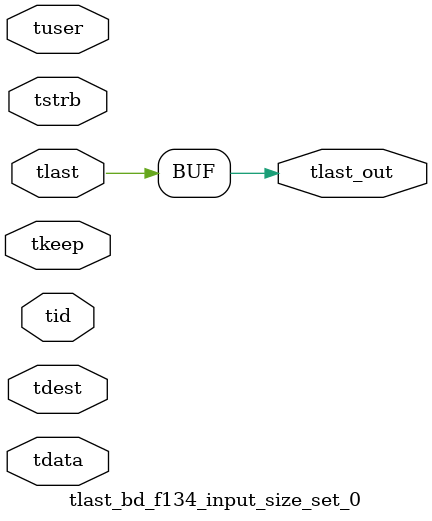
<source format=v>


`timescale 1ps/1ps

module tlast_bd_f134_input_size_set_0 #
(
parameter C_S_AXIS_TID_WIDTH   = 1,
parameter C_S_AXIS_TUSER_WIDTH = 0,
parameter C_S_AXIS_TDATA_WIDTH = 0,
parameter C_S_AXIS_TDEST_WIDTH = 0
)
(
input  [(C_S_AXIS_TID_WIDTH   == 0 ? 1 : C_S_AXIS_TID_WIDTH)-1:0       ] tid,
input  [(C_S_AXIS_TDATA_WIDTH == 0 ? 1 : C_S_AXIS_TDATA_WIDTH)-1:0     ] tdata,
input  [(C_S_AXIS_TUSER_WIDTH == 0 ? 1 : C_S_AXIS_TUSER_WIDTH)-1:0     ] tuser,
input  [(C_S_AXIS_TDEST_WIDTH == 0 ? 1 : C_S_AXIS_TDEST_WIDTH)-1:0     ] tdest,
input  [(C_S_AXIS_TDATA_WIDTH/8)-1:0 ] tkeep,
input  [(C_S_AXIS_TDATA_WIDTH/8)-1:0 ] tstrb,
input  [0:0]                                                             tlast,
output                                                                   tlast_out
);

assign tlast_out = {tlast};

endmodule


</source>
